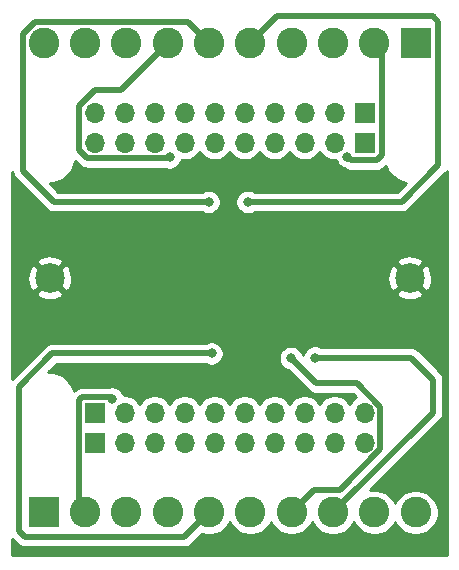
<source format=gbr>
G04 #@! TF.GenerationSoftware,KiCad,Pcbnew,5.1.5+dfsg1-2build2*
G04 #@! TF.CreationDate,2022-09-28T16:30:02-05:00*
G04 #@! TF.ProjectId,C12,4331322e-6b69-4636-9164-5f7063625858,rev?*
G04 #@! TF.SameCoordinates,Original*
G04 #@! TF.FileFunction,Copper,L1,Top*
G04 #@! TF.FilePolarity,Positive*
%FSLAX46Y46*%
G04 Gerber Fmt 4.6, Leading zero omitted, Abs format (unit mm)*
G04 Created by KiCad (PCBNEW 5.1.5+dfsg1-2build2) date 2022-09-28 16:30:02*
%MOMM*%
%LPD*%
G04 APERTURE LIST*
%ADD10O,1.700000X1.700000*%
%ADD11R,1.700000X1.700000*%
%ADD12C,2.600000*%
%ADD13R,2.600000X2.600000*%
%ADD14C,2.499360*%
%ADD15C,0.800000*%
%ADD16C,0.500000*%
%ADD17C,0.254000*%
G04 APERTURE END LIST*
D10*
X27620000Y-30160000D03*
X30160000Y-30160000D03*
X32700000Y-30160000D03*
X35240000Y-30160000D03*
X37780000Y-30160000D03*
X40320000Y-30160000D03*
X42860000Y-30160000D03*
X45400000Y-30160000D03*
X47940000Y-30160000D03*
D11*
X50480000Y-30160000D03*
D10*
X50480000Y-58100000D03*
X47940000Y-58100000D03*
X45400000Y-58100000D03*
X42860000Y-58100000D03*
X40320000Y-58100000D03*
X37780000Y-58100000D03*
X35240000Y-58100000D03*
X32700000Y-58100000D03*
X30160000Y-58100000D03*
D11*
X27620000Y-58100000D03*
D10*
X50480000Y-55560000D03*
X47940000Y-55560000D03*
X45400000Y-55560000D03*
X42860000Y-55560000D03*
X40320000Y-55560000D03*
X37780000Y-55560000D03*
X35240000Y-55560000D03*
X32700000Y-55560000D03*
X30160000Y-55560000D03*
D11*
X27620000Y-55560000D03*
D12*
X54800000Y-64008000D03*
X51300000Y-64008000D03*
X47800000Y-64008000D03*
X44300000Y-64008000D03*
X40800000Y-64008000D03*
X37300000Y-64008000D03*
X33800000Y-64008000D03*
X30300000Y-64008000D03*
X26800000Y-64008000D03*
D13*
X23300000Y-64008000D03*
D10*
X27620000Y-32700000D03*
X30160000Y-32700000D03*
X32700000Y-32700000D03*
X35240000Y-32700000D03*
X37780000Y-32700000D03*
X40320000Y-32700000D03*
X42860000Y-32700000D03*
X45400000Y-32700000D03*
X47940000Y-32700000D03*
D11*
X50480000Y-32700000D03*
D12*
X23300000Y-24252000D03*
X26800000Y-24252000D03*
X30300000Y-24252000D03*
X33800000Y-24252000D03*
X37300000Y-24252000D03*
X40800000Y-24252000D03*
X44300000Y-24252000D03*
X47800000Y-24252000D03*
X51300000Y-24252000D03*
D13*
X54800000Y-24252000D03*
D14*
X54290000Y-44130000D03*
X23810000Y-44130000D03*
D15*
X46281900Y-50886500D03*
X44241100Y-50937700D03*
X37520000Y-50544200D03*
X29076700Y-54375200D03*
X33970000Y-33947000D03*
X37270000Y-37715700D03*
X40580000Y-37715700D03*
X49023300Y-33884800D03*
D16*
X54391700Y-50886500D02*
X46281900Y-50886500D01*
X56261300Y-52756100D02*
X54391700Y-50886500D01*
X56261300Y-55546700D02*
X56261300Y-52756100D01*
X47800000Y-64008000D02*
X56261300Y-55546700D01*
X44300000Y-64008000D02*
X46232200Y-62075800D01*
X46232200Y-62075800D02*
X48382500Y-62075800D01*
X48382500Y-62075800D02*
X51812000Y-58646300D01*
X51812000Y-58646300D02*
X51812000Y-55049500D01*
X51812000Y-55049500D02*
X49831700Y-53069200D01*
X49831700Y-53069200D02*
X46372600Y-53069200D01*
X46372600Y-53069200D02*
X44241100Y-50937700D01*
X24035280Y-50544200D02*
X37520000Y-50544200D01*
X21219160Y-53360320D02*
X24035280Y-50544200D01*
X21752560Y-66090800D02*
X21219160Y-65557400D01*
X21219160Y-65557400D02*
X21219160Y-53360320D01*
X21757640Y-66085720D02*
X21752560Y-66090800D01*
X35222280Y-66085720D02*
X21757640Y-66085720D01*
X37300000Y-64008000D02*
X35222280Y-66085720D01*
X26800000Y-64008000D02*
X26310500Y-63518500D01*
X26310500Y-63518500D02*
X26310500Y-54509600D01*
X26310500Y-54509600D02*
X26560500Y-54259600D01*
X26560500Y-54259600D02*
X28961100Y-54259600D01*
X28961100Y-54259600D02*
X29076700Y-54375200D01*
X33800000Y-24252000D02*
X29835500Y-28216500D01*
X29835500Y-28216500D02*
X27638000Y-28216500D01*
X27638000Y-28216500D02*
X26294500Y-29560000D01*
X26294500Y-29560000D02*
X26294500Y-33313800D01*
X26294500Y-33313800D02*
X26981100Y-34000400D01*
X26981100Y-34000400D02*
X33916600Y-34000400D01*
X33916600Y-34000400D02*
X33970000Y-33947000D01*
X21537600Y-35080880D02*
X24172420Y-37715700D01*
X21537600Y-23496100D02*
X21537600Y-35080880D01*
X35502000Y-22454000D02*
X22579700Y-22454000D01*
X24172420Y-37715700D02*
X37270000Y-37715700D01*
X22579700Y-22454000D02*
X21537600Y-23496100D01*
X37300000Y-24252000D02*
X35502000Y-22454000D01*
X56718200Y-34599880D02*
X53602380Y-37715700D01*
X56718200Y-22458680D02*
X56718200Y-34599880D01*
X56271160Y-22011640D02*
X56718200Y-22458680D01*
X53602380Y-37715700D02*
X40580000Y-37715700D01*
X43040360Y-22011640D02*
X56271160Y-22011640D01*
X40800000Y-24252000D02*
X43040360Y-22011640D01*
X49331980Y-34193480D02*
X49023300Y-33884800D01*
X51490880Y-34193480D02*
X49331980Y-34193480D01*
X51907440Y-33776920D02*
X51490880Y-34193480D01*
X51907440Y-24859440D02*
X51907440Y-33776920D01*
X51300000Y-24252000D02*
X51907440Y-24859440D01*
D17*
G36*
X46786525Y-33646632D02*
G01*
X46993368Y-33853475D01*
X47236589Y-34015990D01*
X47506842Y-34127932D01*
X47793740Y-34185000D01*
X48027736Y-34185000D01*
X48028074Y-34186698D01*
X48106095Y-34375056D01*
X48219363Y-34544574D01*
X48363526Y-34688737D01*
X48533044Y-34802005D01*
X48721402Y-34880026D01*
X48790174Y-34893705D01*
X48837921Y-34932891D01*
X48991667Y-35015069D01*
X49158490Y-35065675D01*
X49288503Y-35078480D01*
X49288513Y-35078480D01*
X49331979Y-35082761D01*
X49375445Y-35078480D01*
X51447411Y-35078480D01*
X51490880Y-35082761D01*
X51534349Y-35078480D01*
X51534357Y-35078480D01*
X51664370Y-35065675D01*
X51831193Y-35015069D01*
X51984939Y-34932891D01*
X52119697Y-34822297D01*
X52147414Y-34788524D01*
X52268133Y-34667805D01*
X52397988Y-34981302D01*
X52631637Y-35330983D01*
X52929017Y-35628363D01*
X53278698Y-35862012D01*
X53667244Y-36022953D01*
X53981116Y-36085386D01*
X53235802Y-36830700D01*
X41118454Y-36830700D01*
X41070256Y-36798495D01*
X40881898Y-36720474D01*
X40681939Y-36680700D01*
X40478061Y-36680700D01*
X40278102Y-36720474D01*
X40089744Y-36798495D01*
X39920226Y-36911763D01*
X39776063Y-37055926D01*
X39662795Y-37225444D01*
X39584774Y-37413802D01*
X39545000Y-37613761D01*
X39545000Y-37817639D01*
X39584774Y-38017598D01*
X39662795Y-38205956D01*
X39776063Y-38375474D01*
X39920226Y-38519637D01*
X40089744Y-38632905D01*
X40278102Y-38710926D01*
X40478061Y-38750700D01*
X40681939Y-38750700D01*
X40881898Y-38710926D01*
X41070256Y-38632905D01*
X41118454Y-38600700D01*
X53558911Y-38600700D01*
X53602380Y-38604981D01*
X53645849Y-38600700D01*
X53645857Y-38600700D01*
X53775870Y-38587895D01*
X53942693Y-38537289D01*
X54096439Y-38455111D01*
X54231197Y-38344517D01*
X54258914Y-38310744D01*
X57313249Y-35256410D01*
X57347017Y-35228697D01*
X57432648Y-35124357D01*
X57440000Y-35115398D01*
X57440001Y-67600000D01*
X20660000Y-67600000D01*
X20660000Y-66249818D01*
X21096027Y-66685845D01*
X21123743Y-66719617D01*
X21157514Y-66747332D01*
X21258501Y-66830211D01*
X21412246Y-66912389D01*
X21579070Y-66962995D01*
X21752560Y-66980081D01*
X21847611Y-66970720D01*
X35178811Y-66970720D01*
X35222280Y-66975001D01*
X35265749Y-66970720D01*
X35265757Y-66970720D01*
X35395770Y-66957915D01*
X35562593Y-66907309D01*
X35716339Y-66825131D01*
X35851097Y-66714537D01*
X35878814Y-66680764D01*
X36704015Y-65855564D01*
X36735581Y-65868639D01*
X37109419Y-65943000D01*
X37490581Y-65943000D01*
X37864419Y-65868639D01*
X38216566Y-65722775D01*
X38533491Y-65511013D01*
X38803013Y-65241491D01*
X39014775Y-64924566D01*
X39050000Y-64839525D01*
X39085225Y-64924566D01*
X39296987Y-65241491D01*
X39566509Y-65511013D01*
X39883434Y-65722775D01*
X40235581Y-65868639D01*
X40609419Y-65943000D01*
X40990581Y-65943000D01*
X41364419Y-65868639D01*
X41716566Y-65722775D01*
X42033491Y-65511013D01*
X42303013Y-65241491D01*
X42514775Y-64924566D01*
X42550000Y-64839525D01*
X42585225Y-64924566D01*
X42796987Y-65241491D01*
X43066509Y-65511013D01*
X43383434Y-65722775D01*
X43735581Y-65868639D01*
X44109419Y-65943000D01*
X44490581Y-65943000D01*
X44864419Y-65868639D01*
X45216566Y-65722775D01*
X45533491Y-65511013D01*
X45803013Y-65241491D01*
X46014775Y-64924566D01*
X46050000Y-64839525D01*
X46085225Y-64924566D01*
X46296987Y-65241491D01*
X46566509Y-65511013D01*
X46883434Y-65722775D01*
X47235581Y-65868639D01*
X47609419Y-65943000D01*
X47990581Y-65943000D01*
X48364419Y-65868639D01*
X48716566Y-65722775D01*
X49033491Y-65511013D01*
X49303013Y-65241491D01*
X49514775Y-64924566D01*
X49550000Y-64839525D01*
X49585225Y-64924566D01*
X49796987Y-65241491D01*
X50066509Y-65511013D01*
X50383434Y-65722775D01*
X50735581Y-65868639D01*
X51109419Y-65943000D01*
X51490581Y-65943000D01*
X51864419Y-65868639D01*
X52216566Y-65722775D01*
X52533491Y-65511013D01*
X52803013Y-65241491D01*
X53014775Y-64924566D01*
X53050000Y-64839525D01*
X53085225Y-64924566D01*
X53296987Y-65241491D01*
X53566509Y-65511013D01*
X53883434Y-65722775D01*
X54235581Y-65868639D01*
X54609419Y-65943000D01*
X54990581Y-65943000D01*
X55364419Y-65868639D01*
X55716566Y-65722775D01*
X56033491Y-65511013D01*
X56303013Y-65241491D01*
X56514775Y-64924566D01*
X56660639Y-64572419D01*
X56735000Y-64198581D01*
X56735000Y-63817419D01*
X56660639Y-63443581D01*
X56514775Y-63091434D01*
X56303013Y-62774509D01*
X56033491Y-62504987D01*
X55716566Y-62293225D01*
X55364419Y-62147361D01*
X54990581Y-62073000D01*
X54609419Y-62073000D01*
X54235581Y-62147361D01*
X53883434Y-62293225D01*
X53566509Y-62504987D01*
X53296987Y-62774509D01*
X53085225Y-63091434D01*
X53050000Y-63176475D01*
X53014775Y-63091434D01*
X52803013Y-62774509D01*
X52533491Y-62504987D01*
X52216566Y-62293225D01*
X51864419Y-62147361D01*
X51490581Y-62073000D01*
X51109419Y-62073000D01*
X50956077Y-62103502D01*
X56856351Y-56203228D01*
X56890117Y-56175517D01*
X57000711Y-56040759D01*
X57082889Y-55887013D01*
X57133495Y-55720190D01*
X57146300Y-55590177D01*
X57146300Y-55590167D01*
X57150581Y-55546701D01*
X57146300Y-55503235D01*
X57146300Y-52799569D01*
X57150581Y-52756100D01*
X57146300Y-52712631D01*
X57146300Y-52712623D01*
X57133495Y-52582610D01*
X57104833Y-52488125D01*
X57082889Y-52415786D01*
X57000711Y-52262041D01*
X56917832Y-52161053D01*
X56917830Y-52161051D01*
X56890117Y-52127283D01*
X56856349Y-52099570D01*
X55048234Y-50291456D01*
X55020517Y-50257683D01*
X54885759Y-50147089D01*
X54732013Y-50064911D01*
X54565190Y-50014305D01*
X54435177Y-50001500D01*
X54435169Y-50001500D01*
X54391700Y-49997219D01*
X54348231Y-50001500D01*
X46820354Y-50001500D01*
X46772156Y-49969295D01*
X46583798Y-49891274D01*
X46383839Y-49851500D01*
X46179961Y-49851500D01*
X45980002Y-49891274D01*
X45791644Y-49969295D01*
X45622126Y-50082563D01*
X45477963Y-50226726D01*
X45364695Y-50396244D01*
X45286674Y-50584602D01*
X45262270Y-50707292D01*
X45247635Y-50692657D01*
X45236326Y-50635802D01*
X45158305Y-50447444D01*
X45045037Y-50277926D01*
X44900874Y-50133763D01*
X44731356Y-50020495D01*
X44542998Y-49942474D01*
X44343039Y-49902700D01*
X44139161Y-49902700D01*
X43939202Y-49942474D01*
X43750844Y-50020495D01*
X43581326Y-50133763D01*
X43437163Y-50277926D01*
X43323895Y-50447444D01*
X43245874Y-50635802D01*
X43206100Y-50835761D01*
X43206100Y-51039639D01*
X43245874Y-51239598D01*
X43323895Y-51427956D01*
X43437163Y-51597474D01*
X43581326Y-51741637D01*
X43750844Y-51854905D01*
X43939202Y-51932926D01*
X43996057Y-51944235D01*
X45716070Y-53664249D01*
X45743783Y-53698017D01*
X45777551Y-53725730D01*
X45777553Y-53725732D01*
X45826062Y-53765542D01*
X45878541Y-53808611D01*
X46032287Y-53890789D01*
X46199110Y-53941395D01*
X46329123Y-53954200D01*
X46329133Y-53954200D01*
X46372599Y-53958481D01*
X46416065Y-53954200D01*
X49465122Y-53954200D01*
X49763606Y-54252685D01*
X49533368Y-54406525D01*
X49326525Y-54613368D01*
X49210000Y-54787760D01*
X49093475Y-54613368D01*
X48886632Y-54406525D01*
X48643411Y-54244010D01*
X48373158Y-54132068D01*
X48086260Y-54075000D01*
X47793740Y-54075000D01*
X47506842Y-54132068D01*
X47236589Y-54244010D01*
X46993368Y-54406525D01*
X46786525Y-54613368D01*
X46670000Y-54787760D01*
X46553475Y-54613368D01*
X46346632Y-54406525D01*
X46103411Y-54244010D01*
X45833158Y-54132068D01*
X45546260Y-54075000D01*
X45253740Y-54075000D01*
X44966842Y-54132068D01*
X44696589Y-54244010D01*
X44453368Y-54406525D01*
X44246525Y-54613368D01*
X44130000Y-54787760D01*
X44013475Y-54613368D01*
X43806632Y-54406525D01*
X43563411Y-54244010D01*
X43293158Y-54132068D01*
X43006260Y-54075000D01*
X42713740Y-54075000D01*
X42426842Y-54132068D01*
X42156589Y-54244010D01*
X41913368Y-54406525D01*
X41706525Y-54613368D01*
X41590000Y-54787760D01*
X41473475Y-54613368D01*
X41266632Y-54406525D01*
X41023411Y-54244010D01*
X40753158Y-54132068D01*
X40466260Y-54075000D01*
X40173740Y-54075000D01*
X39886842Y-54132068D01*
X39616589Y-54244010D01*
X39373368Y-54406525D01*
X39166525Y-54613368D01*
X39050000Y-54787760D01*
X38933475Y-54613368D01*
X38726632Y-54406525D01*
X38483411Y-54244010D01*
X38213158Y-54132068D01*
X37926260Y-54075000D01*
X37633740Y-54075000D01*
X37346842Y-54132068D01*
X37076589Y-54244010D01*
X36833368Y-54406525D01*
X36626525Y-54613368D01*
X36510000Y-54787760D01*
X36393475Y-54613368D01*
X36186632Y-54406525D01*
X35943411Y-54244010D01*
X35673158Y-54132068D01*
X35386260Y-54075000D01*
X35093740Y-54075000D01*
X34806842Y-54132068D01*
X34536589Y-54244010D01*
X34293368Y-54406525D01*
X34086525Y-54613368D01*
X33970000Y-54787760D01*
X33853475Y-54613368D01*
X33646632Y-54406525D01*
X33403411Y-54244010D01*
X33133158Y-54132068D01*
X32846260Y-54075000D01*
X32553740Y-54075000D01*
X32266842Y-54132068D01*
X31996589Y-54244010D01*
X31753368Y-54406525D01*
X31546525Y-54613368D01*
X31430000Y-54787760D01*
X31313475Y-54613368D01*
X31106632Y-54406525D01*
X30863411Y-54244010D01*
X30593158Y-54132068D01*
X30306260Y-54075000D01*
X30072264Y-54075000D01*
X30071926Y-54073302D01*
X29993905Y-53884944D01*
X29880637Y-53715426D01*
X29736474Y-53571263D01*
X29566956Y-53457995D01*
X29378598Y-53379974D01*
X29178639Y-53340200D01*
X28974761Y-53340200D01*
X28801819Y-53374600D01*
X26603965Y-53374600D01*
X26560499Y-53370319D01*
X26517033Y-53374600D01*
X26517023Y-53374600D01*
X26387010Y-53387405D01*
X26220187Y-53438011D01*
X26066441Y-53520189D01*
X25931683Y-53630783D01*
X25903966Y-53664556D01*
X25869312Y-53699210D01*
X25862953Y-53667244D01*
X25702012Y-53278698D01*
X25468363Y-52929017D01*
X25170983Y-52631637D01*
X24821302Y-52397988D01*
X24432756Y-52237047D01*
X24020279Y-52155000D01*
X23676059Y-52155000D01*
X24401859Y-51429200D01*
X36981546Y-51429200D01*
X37029744Y-51461405D01*
X37218102Y-51539426D01*
X37418061Y-51579200D01*
X37621939Y-51579200D01*
X37821898Y-51539426D01*
X38010256Y-51461405D01*
X38179774Y-51348137D01*
X38323937Y-51203974D01*
X38437205Y-51034456D01*
X38515226Y-50846098D01*
X38555000Y-50646139D01*
X38555000Y-50442261D01*
X38515226Y-50242302D01*
X38437205Y-50053944D01*
X38323937Y-49884426D01*
X38179774Y-49740263D01*
X38010256Y-49626995D01*
X37821898Y-49548974D01*
X37621939Y-49509200D01*
X37418061Y-49509200D01*
X37218102Y-49548974D01*
X37029744Y-49626995D01*
X36981546Y-49659200D01*
X24078745Y-49659200D01*
X24035279Y-49654919D01*
X23991813Y-49659200D01*
X23991803Y-49659200D01*
X23861790Y-49672005D01*
X23694967Y-49722611D01*
X23541221Y-49804789D01*
X23541219Y-49804790D01*
X23541220Y-49804790D01*
X23440233Y-49887668D01*
X23440231Y-49887670D01*
X23406463Y-49915383D01*
X23378750Y-49949151D01*
X20660000Y-52667902D01*
X20660000Y-45443377D01*
X22676229Y-45443377D01*
X22802104Y-45733315D01*
X23134262Y-45899139D01*
X23492387Y-45996975D01*
X23862719Y-46023065D01*
X24231025Y-45976405D01*
X24583151Y-45858789D01*
X24817896Y-45733315D01*
X24943771Y-45443377D01*
X53156229Y-45443377D01*
X53282104Y-45733315D01*
X53614262Y-45899139D01*
X53972387Y-45996975D01*
X54342719Y-46023065D01*
X54711025Y-45976405D01*
X55063151Y-45858789D01*
X55297896Y-45733315D01*
X55423771Y-45443377D01*
X54290000Y-44309605D01*
X53156229Y-45443377D01*
X24943771Y-45443377D01*
X23810000Y-44309605D01*
X22676229Y-45443377D01*
X20660000Y-45443377D01*
X20660000Y-44182719D01*
X21916935Y-44182719D01*
X21963595Y-44551025D01*
X22081211Y-44903151D01*
X22206685Y-45137896D01*
X22496623Y-45263771D01*
X23630395Y-44130000D01*
X23989605Y-44130000D01*
X25123377Y-45263771D01*
X25413315Y-45137896D01*
X25579139Y-44805738D01*
X25676975Y-44447613D01*
X25695636Y-44182719D01*
X52396935Y-44182719D01*
X52443595Y-44551025D01*
X52561211Y-44903151D01*
X52686685Y-45137896D01*
X52976623Y-45263771D01*
X54110395Y-44130000D01*
X54469605Y-44130000D01*
X55603377Y-45263771D01*
X55893315Y-45137896D01*
X56059139Y-44805738D01*
X56156975Y-44447613D01*
X56183065Y-44077281D01*
X56136405Y-43708975D01*
X56018789Y-43356849D01*
X55893315Y-43122104D01*
X55603377Y-42996229D01*
X54469605Y-44130000D01*
X54110395Y-44130000D01*
X52976623Y-42996229D01*
X52686685Y-43122104D01*
X52520861Y-43454262D01*
X52423025Y-43812387D01*
X52396935Y-44182719D01*
X25695636Y-44182719D01*
X25703065Y-44077281D01*
X25656405Y-43708975D01*
X25538789Y-43356849D01*
X25413315Y-43122104D01*
X25123377Y-42996229D01*
X23989605Y-44130000D01*
X23630395Y-44130000D01*
X22496623Y-42996229D01*
X22206685Y-43122104D01*
X22040861Y-43454262D01*
X21943025Y-43812387D01*
X21916935Y-44182719D01*
X20660000Y-44182719D01*
X20660000Y-42816623D01*
X22676229Y-42816623D01*
X23810000Y-43950395D01*
X24943771Y-42816623D01*
X53156229Y-42816623D01*
X54290000Y-43950395D01*
X55423771Y-42816623D01*
X55297896Y-42526685D01*
X54965738Y-42360861D01*
X54607613Y-42263025D01*
X54237281Y-42236935D01*
X53868975Y-42283595D01*
X53516849Y-42401211D01*
X53282104Y-42526685D01*
X53156229Y-42816623D01*
X24943771Y-42816623D01*
X24817896Y-42526685D01*
X24485738Y-42360861D01*
X24127613Y-42263025D01*
X23757281Y-42236935D01*
X23388975Y-42283595D01*
X23036849Y-42401211D01*
X22802104Y-42526685D01*
X22676229Y-42816623D01*
X20660000Y-42816623D01*
X20660000Y-35199488D01*
X20665405Y-35254370D01*
X20716012Y-35421193D01*
X20798190Y-35574939D01*
X20881068Y-35675926D01*
X20881071Y-35675929D01*
X20908784Y-35709697D01*
X20942551Y-35737409D01*
X23515890Y-38310749D01*
X23543603Y-38344517D01*
X23577371Y-38372230D01*
X23577373Y-38372232D01*
X23648872Y-38430910D01*
X23678361Y-38455111D01*
X23832107Y-38537289D01*
X23998930Y-38587895D01*
X24128943Y-38600700D01*
X24128953Y-38600700D01*
X24172419Y-38604981D01*
X24215885Y-38600700D01*
X36731546Y-38600700D01*
X36779744Y-38632905D01*
X36968102Y-38710926D01*
X37168061Y-38750700D01*
X37371939Y-38750700D01*
X37571898Y-38710926D01*
X37760256Y-38632905D01*
X37929774Y-38519637D01*
X38073937Y-38375474D01*
X38187205Y-38205956D01*
X38265226Y-38017598D01*
X38305000Y-37817639D01*
X38305000Y-37613761D01*
X38265226Y-37413802D01*
X38187205Y-37225444D01*
X38073937Y-37055926D01*
X37929774Y-36911763D01*
X37760256Y-36798495D01*
X37571898Y-36720474D01*
X37371939Y-36680700D01*
X37168061Y-36680700D01*
X36968102Y-36720474D01*
X36779744Y-36798495D01*
X36731546Y-36830700D01*
X24538999Y-36830700D01*
X23813299Y-36105000D01*
X24020279Y-36105000D01*
X24432756Y-36022953D01*
X24821302Y-35862012D01*
X25170983Y-35628363D01*
X25468363Y-35330983D01*
X25702012Y-34981302D01*
X25862953Y-34592756D01*
X25939094Y-34209972D01*
X26324570Y-34595449D01*
X26352283Y-34629217D01*
X26386051Y-34656930D01*
X26386053Y-34656932D01*
X26457552Y-34715610D01*
X26487041Y-34739811D01*
X26640787Y-34821989D01*
X26807610Y-34872595D01*
X26937623Y-34885400D01*
X26937633Y-34885400D01*
X26981099Y-34889681D01*
X27024566Y-34885400D01*
X33530913Y-34885400D01*
X33668102Y-34942226D01*
X33868061Y-34982000D01*
X34071939Y-34982000D01*
X34271898Y-34942226D01*
X34460256Y-34864205D01*
X34629774Y-34750937D01*
X34773937Y-34606774D01*
X34887205Y-34437256D01*
X34965226Y-34248898D01*
X34982344Y-34162842D01*
X35093740Y-34185000D01*
X35386260Y-34185000D01*
X35673158Y-34127932D01*
X35943411Y-34015990D01*
X36186632Y-33853475D01*
X36393475Y-33646632D01*
X36510000Y-33472240D01*
X36626525Y-33646632D01*
X36833368Y-33853475D01*
X37076589Y-34015990D01*
X37346842Y-34127932D01*
X37633740Y-34185000D01*
X37926260Y-34185000D01*
X38213158Y-34127932D01*
X38483411Y-34015990D01*
X38726632Y-33853475D01*
X38933475Y-33646632D01*
X39050000Y-33472240D01*
X39166525Y-33646632D01*
X39373368Y-33853475D01*
X39616589Y-34015990D01*
X39886842Y-34127932D01*
X40173740Y-34185000D01*
X40466260Y-34185000D01*
X40753158Y-34127932D01*
X41023411Y-34015990D01*
X41266632Y-33853475D01*
X41473475Y-33646632D01*
X41590000Y-33472240D01*
X41706525Y-33646632D01*
X41913368Y-33853475D01*
X42156589Y-34015990D01*
X42426842Y-34127932D01*
X42713740Y-34185000D01*
X43006260Y-34185000D01*
X43293158Y-34127932D01*
X43563411Y-34015990D01*
X43806632Y-33853475D01*
X44013475Y-33646632D01*
X44130000Y-33472240D01*
X44246525Y-33646632D01*
X44453368Y-33853475D01*
X44696589Y-34015990D01*
X44966842Y-34127932D01*
X45253740Y-34185000D01*
X45546260Y-34185000D01*
X45833158Y-34127932D01*
X46103411Y-34015990D01*
X46346632Y-33853475D01*
X46553475Y-33646632D01*
X46670000Y-33472240D01*
X46786525Y-33646632D01*
G37*
X46786525Y-33646632D02*
X46993368Y-33853475D01*
X47236589Y-34015990D01*
X47506842Y-34127932D01*
X47793740Y-34185000D01*
X48027736Y-34185000D01*
X48028074Y-34186698D01*
X48106095Y-34375056D01*
X48219363Y-34544574D01*
X48363526Y-34688737D01*
X48533044Y-34802005D01*
X48721402Y-34880026D01*
X48790174Y-34893705D01*
X48837921Y-34932891D01*
X48991667Y-35015069D01*
X49158490Y-35065675D01*
X49288503Y-35078480D01*
X49288513Y-35078480D01*
X49331979Y-35082761D01*
X49375445Y-35078480D01*
X51447411Y-35078480D01*
X51490880Y-35082761D01*
X51534349Y-35078480D01*
X51534357Y-35078480D01*
X51664370Y-35065675D01*
X51831193Y-35015069D01*
X51984939Y-34932891D01*
X52119697Y-34822297D01*
X52147414Y-34788524D01*
X52268133Y-34667805D01*
X52397988Y-34981302D01*
X52631637Y-35330983D01*
X52929017Y-35628363D01*
X53278698Y-35862012D01*
X53667244Y-36022953D01*
X53981116Y-36085386D01*
X53235802Y-36830700D01*
X41118454Y-36830700D01*
X41070256Y-36798495D01*
X40881898Y-36720474D01*
X40681939Y-36680700D01*
X40478061Y-36680700D01*
X40278102Y-36720474D01*
X40089744Y-36798495D01*
X39920226Y-36911763D01*
X39776063Y-37055926D01*
X39662795Y-37225444D01*
X39584774Y-37413802D01*
X39545000Y-37613761D01*
X39545000Y-37817639D01*
X39584774Y-38017598D01*
X39662795Y-38205956D01*
X39776063Y-38375474D01*
X39920226Y-38519637D01*
X40089744Y-38632905D01*
X40278102Y-38710926D01*
X40478061Y-38750700D01*
X40681939Y-38750700D01*
X40881898Y-38710926D01*
X41070256Y-38632905D01*
X41118454Y-38600700D01*
X53558911Y-38600700D01*
X53602380Y-38604981D01*
X53645849Y-38600700D01*
X53645857Y-38600700D01*
X53775870Y-38587895D01*
X53942693Y-38537289D01*
X54096439Y-38455111D01*
X54231197Y-38344517D01*
X54258914Y-38310744D01*
X57313249Y-35256410D01*
X57347017Y-35228697D01*
X57432648Y-35124357D01*
X57440000Y-35115398D01*
X57440001Y-67600000D01*
X20660000Y-67600000D01*
X20660000Y-66249818D01*
X21096027Y-66685845D01*
X21123743Y-66719617D01*
X21157514Y-66747332D01*
X21258501Y-66830211D01*
X21412246Y-66912389D01*
X21579070Y-66962995D01*
X21752560Y-66980081D01*
X21847611Y-66970720D01*
X35178811Y-66970720D01*
X35222280Y-66975001D01*
X35265749Y-66970720D01*
X35265757Y-66970720D01*
X35395770Y-66957915D01*
X35562593Y-66907309D01*
X35716339Y-66825131D01*
X35851097Y-66714537D01*
X35878814Y-66680764D01*
X36704015Y-65855564D01*
X36735581Y-65868639D01*
X37109419Y-65943000D01*
X37490581Y-65943000D01*
X37864419Y-65868639D01*
X38216566Y-65722775D01*
X38533491Y-65511013D01*
X38803013Y-65241491D01*
X39014775Y-64924566D01*
X39050000Y-64839525D01*
X39085225Y-64924566D01*
X39296987Y-65241491D01*
X39566509Y-65511013D01*
X39883434Y-65722775D01*
X40235581Y-65868639D01*
X40609419Y-65943000D01*
X40990581Y-65943000D01*
X41364419Y-65868639D01*
X41716566Y-65722775D01*
X42033491Y-65511013D01*
X42303013Y-65241491D01*
X42514775Y-64924566D01*
X42550000Y-64839525D01*
X42585225Y-64924566D01*
X42796987Y-65241491D01*
X43066509Y-65511013D01*
X43383434Y-65722775D01*
X43735581Y-65868639D01*
X44109419Y-65943000D01*
X44490581Y-65943000D01*
X44864419Y-65868639D01*
X45216566Y-65722775D01*
X45533491Y-65511013D01*
X45803013Y-65241491D01*
X46014775Y-64924566D01*
X46050000Y-64839525D01*
X46085225Y-64924566D01*
X46296987Y-65241491D01*
X46566509Y-65511013D01*
X46883434Y-65722775D01*
X47235581Y-65868639D01*
X47609419Y-65943000D01*
X47990581Y-65943000D01*
X48364419Y-65868639D01*
X48716566Y-65722775D01*
X49033491Y-65511013D01*
X49303013Y-65241491D01*
X49514775Y-64924566D01*
X49550000Y-64839525D01*
X49585225Y-64924566D01*
X49796987Y-65241491D01*
X50066509Y-65511013D01*
X50383434Y-65722775D01*
X50735581Y-65868639D01*
X51109419Y-65943000D01*
X51490581Y-65943000D01*
X51864419Y-65868639D01*
X52216566Y-65722775D01*
X52533491Y-65511013D01*
X52803013Y-65241491D01*
X53014775Y-64924566D01*
X53050000Y-64839525D01*
X53085225Y-64924566D01*
X53296987Y-65241491D01*
X53566509Y-65511013D01*
X53883434Y-65722775D01*
X54235581Y-65868639D01*
X54609419Y-65943000D01*
X54990581Y-65943000D01*
X55364419Y-65868639D01*
X55716566Y-65722775D01*
X56033491Y-65511013D01*
X56303013Y-65241491D01*
X56514775Y-64924566D01*
X56660639Y-64572419D01*
X56735000Y-64198581D01*
X56735000Y-63817419D01*
X56660639Y-63443581D01*
X56514775Y-63091434D01*
X56303013Y-62774509D01*
X56033491Y-62504987D01*
X55716566Y-62293225D01*
X55364419Y-62147361D01*
X54990581Y-62073000D01*
X54609419Y-62073000D01*
X54235581Y-62147361D01*
X53883434Y-62293225D01*
X53566509Y-62504987D01*
X53296987Y-62774509D01*
X53085225Y-63091434D01*
X53050000Y-63176475D01*
X53014775Y-63091434D01*
X52803013Y-62774509D01*
X52533491Y-62504987D01*
X52216566Y-62293225D01*
X51864419Y-62147361D01*
X51490581Y-62073000D01*
X51109419Y-62073000D01*
X50956077Y-62103502D01*
X56856351Y-56203228D01*
X56890117Y-56175517D01*
X57000711Y-56040759D01*
X57082889Y-55887013D01*
X57133495Y-55720190D01*
X57146300Y-55590177D01*
X57146300Y-55590167D01*
X57150581Y-55546701D01*
X57146300Y-55503235D01*
X57146300Y-52799569D01*
X57150581Y-52756100D01*
X57146300Y-52712631D01*
X57146300Y-52712623D01*
X57133495Y-52582610D01*
X57104833Y-52488125D01*
X57082889Y-52415786D01*
X57000711Y-52262041D01*
X56917832Y-52161053D01*
X56917830Y-52161051D01*
X56890117Y-52127283D01*
X56856349Y-52099570D01*
X55048234Y-50291456D01*
X55020517Y-50257683D01*
X54885759Y-50147089D01*
X54732013Y-50064911D01*
X54565190Y-50014305D01*
X54435177Y-50001500D01*
X54435169Y-50001500D01*
X54391700Y-49997219D01*
X54348231Y-50001500D01*
X46820354Y-50001500D01*
X46772156Y-49969295D01*
X46583798Y-49891274D01*
X46383839Y-49851500D01*
X46179961Y-49851500D01*
X45980002Y-49891274D01*
X45791644Y-49969295D01*
X45622126Y-50082563D01*
X45477963Y-50226726D01*
X45364695Y-50396244D01*
X45286674Y-50584602D01*
X45262270Y-50707292D01*
X45247635Y-50692657D01*
X45236326Y-50635802D01*
X45158305Y-50447444D01*
X45045037Y-50277926D01*
X44900874Y-50133763D01*
X44731356Y-50020495D01*
X44542998Y-49942474D01*
X44343039Y-49902700D01*
X44139161Y-49902700D01*
X43939202Y-49942474D01*
X43750844Y-50020495D01*
X43581326Y-50133763D01*
X43437163Y-50277926D01*
X43323895Y-50447444D01*
X43245874Y-50635802D01*
X43206100Y-50835761D01*
X43206100Y-51039639D01*
X43245874Y-51239598D01*
X43323895Y-51427956D01*
X43437163Y-51597474D01*
X43581326Y-51741637D01*
X43750844Y-51854905D01*
X43939202Y-51932926D01*
X43996057Y-51944235D01*
X45716070Y-53664249D01*
X45743783Y-53698017D01*
X45777551Y-53725730D01*
X45777553Y-53725732D01*
X45826062Y-53765542D01*
X45878541Y-53808611D01*
X46032287Y-53890789D01*
X46199110Y-53941395D01*
X46329123Y-53954200D01*
X46329133Y-53954200D01*
X46372599Y-53958481D01*
X46416065Y-53954200D01*
X49465122Y-53954200D01*
X49763606Y-54252685D01*
X49533368Y-54406525D01*
X49326525Y-54613368D01*
X49210000Y-54787760D01*
X49093475Y-54613368D01*
X48886632Y-54406525D01*
X48643411Y-54244010D01*
X48373158Y-54132068D01*
X48086260Y-54075000D01*
X47793740Y-54075000D01*
X47506842Y-54132068D01*
X47236589Y-54244010D01*
X46993368Y-54406525D01*
X46786525Y-54613368D01*
X46670000Y-54787760D01*
X46553475Y-54613368D01*
X46346632Y-54406525D01*
X46103411Y-54244010D01*
X45833158Y-54132068D01*
X45546260Y-54075000D01*
X45253740Y-54075000D01*
X44966842Y-54132068D01*
X44696589Y-54244010D01*
X44453368Y-54406525D01*
X44246525Y-54613368D01*
X44130000Y-54787760D01*
X44013475Y-54613368D01*
X43806632Y-54406525D01*
X43563411Y-54244010D01*
X43293158Y-54132068D01*
X43006260Y-54075000D01*
X42713740Y-54075000D01*
X42426842Y-54132068D01*
X42156589Y-54244010D01*
X41913368Y-54406525D01*
X41706525Y-54613368D01*
X41590000Y-54787760D01*
X41473475Y-54613368D01*
X41266632Y-54406525D01*
X41023411Y-54244010D01*
X40753158Y-54132068D01*
X40466260Y-54075000D01*
X40173740Y-54075000D01*
X39886842Y-54132068D01*
X39616589Y-54244010D01*
X39373368Y-54406525D01*
X39166525Y-54613368D01*
X39050000Y-54787760D01*
X38933475Y-54613368D01*
X38726632Y-54406525D01*
X38483411Y-54244010D01*
X38213158Y-54132068D01*
X37926260Y-54075000D01*
X37633740Y-54075000D01*
X37346842Y-54132068D01*
X37076589Y-54244010D01*
X36833368Y-54406525D01*
X36626525Y-54613368D01*
X36510000Y-54787760D01*
X36393475Y-54613368D01*
X36186632Y-54406525D01*
X35943411Y-54244010D01*
X35673158Y-54132068D01*
X35386260Y-54075000D01*
X35093740Y-54075000D01*
X34806842Y-54132068D01*
X34536589Y-54244010D01*
X34293368Y-54406525D01*
X34086525Y-54613368D01*
X33970000Y-54787760D01*
X33853475Y-54613368D01*
X33646632Y-54406525D01*
X33403411Y-54244010D01*
X33133158Y-54132068D01*
X32846260Y-54075000D01*
X32553740Y-54075000D01*
X32266842Y-54132068D01*
X31996589Y-54244010D01*
X31753368Y-54406525D01*
X31546525Y-54613368D01*
X31430000Y-54787760D01*
X31313475Y-54613368D01*
X31106632Y-54406525D01*
X30863411Y-54244010D01*
X30593158Y-54132068D01*
X30306260Y-54075000D01*
X30072264Y-54075000D01*
X30071926Y-54073302D01*
X29993905Y-53884944D01*
X29880637Y-53715426D01*
X29736474Y-53571263D01*
X29566956Y-53457995D01*
X29378598Y-53379974D01*
X29178639Y-53340200D01*
X28974761Y-53340200D01*
X28801819Y-53374600D01*
X26603965Y-53374600D01*
X26560499Y-53370319D01*
X26517033Y-53374600D01*
X26517023Y-53374600D01*
X26387010Y-53387405D01*
X26220187Y-53438011D01*
X26066441Y-53520189D01*
X25931683Y-53630783D01*
X25903966Y-53664556D01*
X25869312Y-53699210D01*
X25862953Y-53667244D01*
X25702012Y-53278698D01*
X25468363Y-52929017D01*
X25170983Y-52631637D01*
X24821302Y-52397988D01*
X24432756Y-52237047D01*
X24020279Y-52155000D01*
X23676059Y-52155000D01*
X24401859Y-51429200D01*
X36981546Y-51429200D01*
X37029744Y-51461405D01*
X37218102Y-51539426D01*
X37418061Y-51579200D01*
X37621939Y-51579200D01*
X37821898Y-51539426D01*
X38010256Y-51461405D01*
X38179774Y-51348137D01*
X38323937Y-51203974D01*
X38437205Y-51034456D01*
X38515226Y-50846098D01*
X38555000Y-50646139D01*
X38555000Y-50442261D01*
X38515226Y-50242302D01*
X38437205Y-50053944D01*
X38323937Y-49884426D01*
X38179774Y-49740263D01*
X38010256Y-49626995D01*
X37821898Y-49548974D01*
X37621939Y-49509200D01*
X37418061Y-49509200D01*
X37218102Y-49548974D01*
X37029744Y-49626995D01*
X36981546Y-49659200D01*
X24078745Y-49659200D01*
X24035279Y-49654919D01*
X23991813Y-49659200D01*
X23991803Y-49659200D01*
X23861790Y-49672005D01*
X23694967Y-49722611D01*
X23541221Y-49804789D01*
X23541219Y-49804790D01*
X23541220Y-49804790D01*
X23440233Y-49887668D01*
X23440231Y-49887670D01*
X23406463Y-49915383D01*
X23378750Y-49949151D01*
X20660000Y-52667902D01*
X20660000Y-45443377D01*
X22676229Y-45443377D01*
X22802104Y-45733315D01*
X23134262Y-45899139D01*
X23492387Y-45996975D01*
X23862719Y-46023065D01*
X24231025Y-45976405D01*
X24583151Y-45858789D01*
X24817896Y-45733315D01*
X24943771Y-45443377D01*
X53156229Y-45443377D01*
X53282104Y-45733315D01*
X53614262Y-45899139D01*
X53972387Y-45996975D01*
X54342719Y-46023065D01*
X54711025Y-45976405D01*
X55063151Y-45858789D01*
X55297896Y-45733315D01*
X55423771Y-45443377D01*
X54290000Y-44309605D01*
X53156229Y-45443377D01*
X24943771Y-45443377D01*
X23810000Y-44309605D01*
X22676229Y-45443377D01*
X20660000Y-45443377D01*
X20660000Y-44182719D01*
X21916935Y-44182719D01*
X21963595Y-44551025D01*
X22081211Y-44903151D01*
X22206685Y-45137896D01*
X22496623Y-45263771D01*
X23630395Y-44130000D01*
X23989605Y-44130000D01*
X25123377Y-45263771D01*
X25413315Y-45137896D01*
X25579139Y-44805738D01*
X25676975Y-44447613D01*
X25695636Y-44182719D01*
X52396935Y-44182719D01*
X52443595Y-44551025D01*
X52561211Y-44903151D01*
X52686685Y-45137896D01*
X52976623Y-45263771D01*
X54110395Y-44130000D01*
X54469605Y-44130000D01*
X55603377Y-45263771D01*
X55893315Y-45137896D01*
X56059139Y-44805738D01*
X56156975Y-44447613D01*
X56183065Y-44077281D01*
X56136405Y-43708975D01*
X56018789Y-43356849D01*
X55893315Y-43122104D01*
X55603377Y-42996229D01*
X54469605Y-44130000D01*
X54110395Y-44130000D01*
X52976623Y-42996229D01*
X52686685Y-43122104D01*
X52520861Y-43454262D01*
X52423025Y-43812387D01*
X52396935Y-44182719D01*
X25695636Y-44182719D01*
X25703065Y-44077281D01*
X25656405Y-43708975D01*
X25538789Y-43356849D01*
X25413315Y-43122104D01*
X25123377Y-42996229D01*
X23989605Y-44130000D01*
X23630395Y-44130000D01*
X22496623Y-42996229D01*
X22206685Y-43122104D01*
X22040861Y-43454262D01*
X21943025Y-43812387D01*
X21916935Y-44182719D01*
X20660000Y-44182719D01*
X20660000Y-42816623D01*
X22676229Y-42816623D01*
X23810000Y-43950395D01*
X24943771Y-42816623D01*
X53156229Y-42816623D01*
X54290000Y-43950395D01*
X55423771Y-42816623D01*
X55297896Y-42526685D01*
X54965738Y-42360861D01*
X54607613Y-42263025D01*
X54237281Y-42236935D01*
X53868975Y-42283595D01*
X53516849Y-42401211D01*
X53282104Y-42526685D01*
X53156229Y-42816623D01*
X24943771Y-42816623D01*
X24817896Y-42526685D01*
X24485738Y-42360861D01*
X24127613Y-42263025D01*
X23757281Y-42236935D01*
X23388975Y-42283595D01*
X23036849Y-42401211D01*
X22802104Y-42526685D01*
X22676229Y-42816623D01*
X20660000Y-42816623D01*
X20660000Y-35199488D01*
X20665405Y-35254370D01*
X20716012Y-35421193D01*
X20798190Y-35574939D01*
X20881068Y-35675926D01*
X20881071Y-35675929D01*
X20908784Y-35709697D01*
X20942551Y-35737409D01*
X23515890Y-38310749D01*
X23543603Y-38344517D01*
X23577371Y-38372230D01*
X23577373Y-38372232D01*
X23648872Y-38430910D01*
X23678361Y-38455111D01*
X23832107Y-38537289D01*
X23998930Y-38587895D01*
X24128943Y-38600700D01*
X24128953Y-38600700D01*
X24172419Y-38604981D01*
X24215885Y-38600700D01*
X36731546Y-38600700D01*
X36779744Y-38632905D01*
X36968102Y-38710926D01*
X37168061Y-38750700D01*
X37371939Y-38750700D01*
X37571898Y-38710926D01*
X37760256Y-38632905D01*
X37929774Y-38519637D01*
X38073937Y-38375474D01*
X38187205Y-38205956D01*
X38265226Y-38017598D01*
X38305000Y-37817639D01*
X38305000Y-37613761D01*
X38265226Y-37413802D01*
X38187205Y-37225444D01*
X38073937Y-37055926D01*
X37929774Y-36911763D01*
X37760256Y-36798495D01*
X37571898Y-36720474D01*
X37371939Y-36680700D01*
X37168061Y-36680700D01*
X36968102Y-36720474D01*
X36779744Y-36798495D01*
X36731546Y-36830700D01*
X24538999Y-36830700D01*
X23813299Y-36105000D01*
X24020279Y-36105000D01*
X24432756Y-36022953D01*
X24821302Y-35862012D01*
X25170983Y-35628363D01*
X25468363Y-35330983D01*
X25702012Y-34981302D01*
X25862953Y-34592756D01*
X25939094Y-34209972D01*
X26324570Y-34595449D01*
X26352283Y-34629217D01*
X26386051Y-34656930D01*
X26386053Y-34656932D01*
X26457552Y-34715610D01*
X26487041Y-34739811D01*
X26640787Y-34821989D01*
X26807610Y-34872595D01*
X26937623Y-34885400D01*
X26937633Y-34885400D01*
X26981099Y-34889681D01*
X27024566Y-34885400D01*
X33530913Y-34885400D01*
X33668102Y-34942226D01*
X33868061Y-34982000D01*
X34071939Y-34982000D01*
X34271898Y-34942226D01*
X34460256Y-34864205D01*
X34629774Y-34750937D01*
X34773937Y-34606774D01*
X34887205Y-34437256D01*
X34965226Y-34248898D01*
X34982344Y-34162842D01*
X35093740Y-34185000D01*
X35386260Y-34185000D01*
X35673158Y-34127932D01*
X35943411Y-34015990D01*
X36186632Y-33853475D01*
X36393475Y-33646632D01*
X36510000Y-33472240D01*
X36626525Y-33646632D01*
X36833368Y-33853475D01*
X37076589Y-34015990D01*
X37346842Y-34127932D01*
X37633740Y-34185000D01*
X37926260Y-34185000D01*
X38213158Y-34127932D01*
X38483411Y-34015990D01*
X38726632Y-33853475D01*
X38933475Y-33646632D01*
X39050000Y-33472240D01*
X39166525Y-33646632D01*
X39373368Y-33853475D01*
X39616589Y-34015990D01*
X39886842Y-34127932D01*
X40173740Y-34185000D01*
X40466260Y-34185000D01*
X40753158Y-34127932D01*
X41023411Y-34015990D01*
X41266632Y-33853475D01*
X41473475Y-33646632D01*
X41590000Y-33472240D01*
X41706525Y-33646632D01*
X41913368Y-33853475D01*
X42156589Y-34015990D01*
X42426842Y-34127932D01*
X42713740Y-34185000D01*
X43006260Y-34185000D01*
X43293158Y-34127932D01*
X43563411Y-34015990D01*
X43806632Y-33853475D01*
X44013475Y-33646632D01*
X44130000Y-33472240D01*
X44246525Y-33646632D01*
X44453368Y-33853475D01*
X44696589Y-34015990D01*
X44966842Y-34127932D01*
X45253740Y-34185000D01*
X45546260Y-34185000D01*
X45833158Y-34127932D01*
X46103411Y-34015990D01*
X46346632Y-33853475D01*
X46553475Y-33646632D01*
X46670000Y-33472240D01*
X46786525Y-33646632D01*
M02*

</source>
